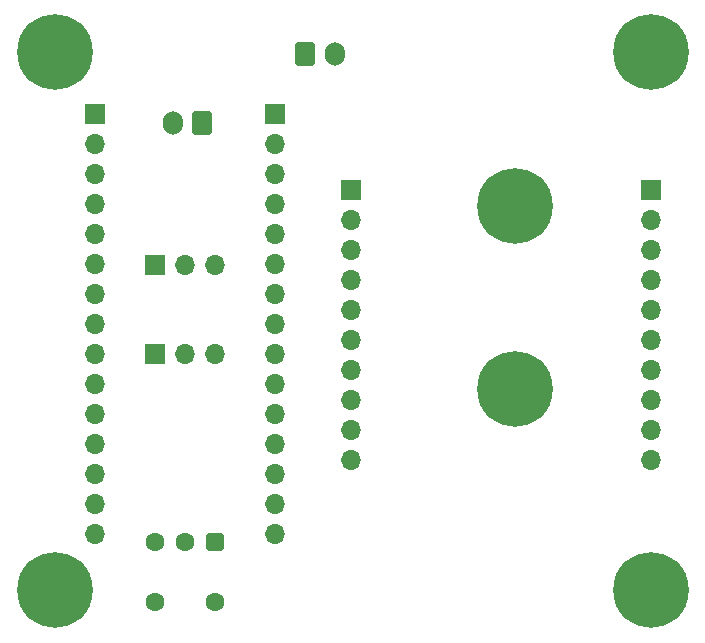
<source format=gbr>
%TF.GenerationSoftware,KiCad,Pcbnew,(6.0.8)*%
%TF.CreationDate,2022-10-07T10:45:27+09:00*%
%TF.ProjectId,Transmitter,5472616e-736d-4697-9474-65722e6b6963,rev?*%
%TF.SameCoordinates,Original*%
%TF.FileFunction,Soldermask,Bot*%
%TF.FilePolarity,Negative*%
%FSLAX46Y46*%
G04 Gerber Fmt 4.6, Leading zero omitted, Abs format (unit mm)*
G04 Created by KiCad (PCBNEW (6.0.8)) date 2022-10-07 10:45:27*
%MOMM*%
%LPD*%
G01*
G04 APERTURE LIST*
G04 Aperture macros list*
%AMRoundRect*
0 Rectangle with rounded corners*
0 $1 Rounding radius*
0 $2 $3 $4 $5 $6 $7 $8 $9 X,Y pos of 4 corners*
0 Add a 4 corners polygon primitive as box body*
4,1,4,$2,$3,$4,$5,$6,$7,$8,$9,$2,$3,0*
0 Add four circle primitives for the rounded corners*
1,1,$1+$1,$2,$3*
1,1,$1+$1,$4,$5*
1,1,$1+$1,$6,$7*
1,1,$1+$1,$8,$9*
0 Add four rect primitives between the rounded corners*
20,1,$1+$1,$2,$3,$4,$5,0*
20,1,$1+$1,$4,$5,$6,$7,0*
20,1,$1+$1,$6,$7,$8,$9,0*
20,1,$1+$1,$8,$9,$2,$3,0*%
G04 Aperture macros list end*
%ADD10R,1.700000X1.700000*%
%ADD11O,1.700000X1.700000*%
%ADD12RoundRect,0.250000X-0.600000X-0.750000X0.600000X-0.750000X0.600000X0.750000X-0.600000X0.750000X0*%
%ADD13O,1.700000X2.000000*%
%ADD14RoundRect,0.250000X0.600000X0.750000X-0.600000X0.750000X-0.600000X-0.750000X0.600000X-0.750000X0*%
%ADD15C,0.800000*%
%ADD16C,6.400000*%
%ADD17C,1.600000*%
%ADD18RoundRect,0.400000X0.400000X-0.400000X0.400000X0.400000X-0.400000X0.400000X-0.400000X-0.400000X0*%
G04 APERTURE END LIST*
D10*
%TO.C,J4*%
X171475000Y-85120000D03*
D11*
X171475000Y-87660000D03*
X171475000Y-90200000D03*
X171475000Y-92740000D03*
X171475000Y-95280000D03*
X171475000Y-97820000D03*
X171475000Y-100360000D03*
X171475000Y-102900000D03*
X171475000Y-105440000D03*
X171475000Y-107980000D03*
%TD*%
D10*
%TO.C,J3*%
X146075000Y-85120000D03*
D11*
X146075000Y-87660000D03*
X146075000Y-90200000D03*
X146075000Y-92740000D03*
X146075000Y-95280000D03*
X146075000Y-97820000D03*
X146075000Y-100360000D03*
X146075000Y-102900000D03*
X146075000Y-105440000D03*
X146075000Y-107980000D03*
%TD*%
D12*
%TO.C,J5*%
X142240000Y-73660000D03*
D13*
X144740000Y-73660000D03*
%TD*%
D10*
%TO.C,J1*%
X124460000Y-78740000D03*
D11*
X124460000Y-81280000D03*
X124460000Y-83820000D03*
X124460000Y-86360000D03*
X124460000Y-88900000D03*
X124460000Y-91440000D03*
X124460000Y-93980000D03*
X124460000Y-96520000D03*
X124460000Y-99060000D03*
X124460000Y-101600000D03*
X124460000Y-104140000D03*
X124460000Y-106680000D03*
X124460000Y-109220000D03*
X124460000Y-111760000D03*
X124460000Y-114300000D03*
%TD*%
D14*
%TO.C,ESS*%
X133500000Y-79450000D03*
D13*
X131000000Y-79450000D03*
%TD*%
D15*
%TO.C,REF\u002A\u002A*%
X119302944Y-117302944D03*
X118600000Y-119000000D03*
D16*
X121000000Y-119000000D03*
D15*
X119302944Y-120697056D03*
X122697056Y-117302944D03*
X121000000Y-116600000D03*
X122697056Y-120697056D03*
X121000000Y-121400000D03*
X123400000Y-119000000D03*
%TD*%
%TO.C,REF\u002A\u002A*%
X169802944Y-117302944D03*
X171500000Y-116600000D03*
X173197056Y-120697056D03*
X171500000Y-121400000D03*
X169802944Y-120697056D03*
X169100000Y-119000000D03*
X173900000Y-119000000D03*
D16*
X171500000Y-119000000D03*
D15*
X173197056Y-117302944D03*
%TD*%
D17*
%TO.C,SW1*%
X129540000Y-114910000D03*
X132080000Y-114910000D03*
D18*
X134620000Y-114910000D03*
D17*
X129540000Y-119990000D03*
X134620000Y-119990000D03*
%TD*%
D10*
%TO.C,J2*%
X139700000Y-78740000D03*
D11*
X139700000Y-81280000D03*
X139700000Y-83820000D03*
X139700000Y-86360000D03*
X139700000Y-88900000D03*
X139700000Y-91440000D03*
X139700000Y-93980000D03*
X139700000Y-96520000D03*
X139700000Y-99060000D03*
X139700000Y-101600000D03*
X139700000Y-104140000D03*
X139700000Y-106680000D03*
X139700000Y-109220000D03*
X139700000Y-111760000D03*
X139700000Y-114300000D03*
%TD*%
D16*
%TO.C,REF\u002A\u002A*%
X121000000Y-73500000D03*
D15*
X122697056Y-71802944D03*
X121000000Y-75900000D03*
X118600000Y-73500000D03*
X119302944Y-75197056D03*
X121000000Y-71100000D03*
X122697056Y-75197056D03*
X119302944Y-71802944D03*
X123400000Y-73500000D03*
%TD*%
%TO.C,REF\u002A\u002A*%
X160000000Y-84100000D03*
X158302944Y-84802944D03*
D16*
X160000000Y-86500000D03*
D15*
X161697056Y-88197056D03*
X160000000Y-88900000D03*
X157600000Y-86500000D03*
X158302944Y-88197056D03*
X162400000Y-86500000D03*
X161697056Y-84802944D03*
%TD*%
%TO.C,REF\u002A\u002A*%
X161697056Y-100302944D03*
X162400000Y-102000000D03*
X158302944Y-103697056D03*
X160000000Y-104400000D03*
X160000000Y-99600000D03*
X158302944Y-100302944D03*
X157600000Y-102000000D03*
X161697056Y-103697056D03*
D16*
X160000000Y-102000000D03*
%TD*%
D15*
%TO.C,REF\u002A\u002A*%
X173197056Y-71802944D03*
X169802944Y-75197056D03*
X169802944Y-71802944D03*
X169100000Y-73500000D03*
D16*
X171500000Y-73500000D03*
D15*
X171500000Y-71100000D03*
X173900000Y-73500000D03*
X173197056Y-75197056D03*
X171500000Y-75900000D03*
%TD*%
D10*
%TO.C,J8*%
X129540000Y-99070000D03*
D11*
X132080000Y-99070000D03*
X134620000Y-99070000D03*
%TD*%
D10*
%TO.C,J7*%
X129540000Y-91465000D03*
D11*
X132080000Y-91465000D03*
X134620000Y-91465000D03*
%TD*%
M02*

</source>
